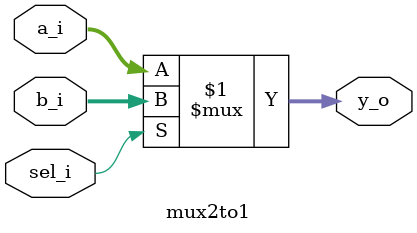
<source format=sv>
`timescale 1ns / 1ps


module mux2to1(a_i,b_i,sel_i,y_o);
    input logic [7:0] a_i;
    input logic  [7:0]  b_i;
    input logic  sel_i;
    output logic [7:0] y_o;
    assign y_o= sel_i?b_i:a_i;
endmodule

</source>
